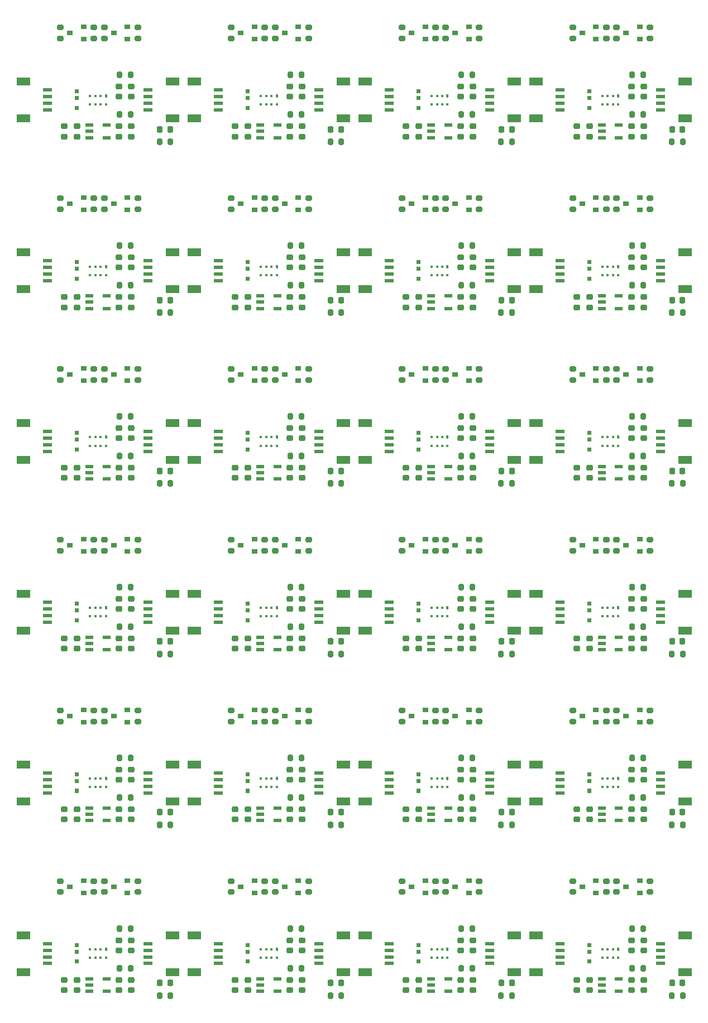
<source format=gtp>
%TF.GenerationSoftware,KiCad,Pcbnew,9.0.0*%
%TF.CreationDate,2025-05-07T13:20:36-06:00*%
%TF.ProjectId,SparkFun_AS7343_Qwiic_panelized,53706172-6b46-4756-9e5f-415337333433,v10*%
%TF.SameCoordinates,Original*%
%TF.FileFunction,Paste,Top*%
%TF.FilePolarity,Positive*%
%FSLAX46Y46*%
G04 Gerber Fmt 4.6, Leading zero omitted, Abs format (unit mm)*
G04 Created by KiCad (PCBNEW 9.0.0) date 2025-05-07 13:20:36*
%MOMM*%
%LPD*%
G01*
G04 APERTURE LIST*
G04 Aperture macros list*
%AMRoundRect*
0 Rectangle with rounded corners*
0 $1 Rounding radius*
0 $2 $3 $4 $5 $6 $7 $8 $9 X,Y pos of 4 corners*
0 Add a 4 corners polygon primitive as box body*
4,1,4,$2,$3,$4,$5,$6,$7,$8,$9,$2,$3,0*
0 Add four circle primitives for the rounded corners*
1,1,$1+$1,$2,$3*
1,1,$1+$1,$4,$5*
1,1,$1+$1,$6,$7*
1,1,$1+$1,$8,$9*
0 Add four rect primitives between the rounded corners*
20,1,$1+$1,$2,$3,$4,$5,0*
20,1,$1+$1,$4,$5,$6,$7,0*
20,1,$1+$1,$6,$7,$8,$9,0*
20,1,$1+$1,$8,$9,$2,$3,0*%
%AMFreePoly0*
4,1,6,0.230000,-0.043282,0.086782,-0.186500,-0.230000,-0.186500,-0.230000,0.186500,0.230000,0.186500,0.230000,-0.043282,0.230000,-0.043282,$1*%
G04 Aperture macros list end*
%ADD10C,0.000000*%
%ADD11R,0.900000X0.800000*%
%ADD12RoundRect,0.200000X0.275000X-0.200000X0.275000X0.200000X-0.275000X0.200000X-0.275000X-0.200000X0*%
%ADD13RoundRect,0.225000X-0.250000X0.225000X-0.250000X-0.225000X0.250000X-0.225000X0.250000X0.225000X0*%
%ADD14RoundRect,0.200000X-0.200000X-0.275000X0.200000X-0.275000X0.200000X0.275000X-0.200000X0.275000X0*%
%ADD15RoundRect,0.200000X-0.275000X0.200000X-0.275000X-0.200000X0.275000X-0.200000X0.275000X0.200000X0*%
%ADD16R,1.350000X0.600000*%
%ADD17R,2.000000X1.200000*%
%ADD18FreePoly0,270.000000*%
%ADD19R,0.390400X0.460000*%
%ADD20R,1.200000X0.550000*%
%ADD21RoundRect,0.218750X0.218750X0.256250X-0.218750X0.256250X-0.218750X-0.256250X0.218750X-0.256250X0*%
%ADD22RoundRect,0.200000X0.200000X0.275000X-0.200000X0.275000X-0.200000X-0.275000X0.200000X-0.275000X0*%
%ADD23RoundRect,0.225000X0.250000X-0.225000X0.250000X0.225000X-0.250000X0.225000X-0.250000X-0.225000X0*%
G04 APERTURE END LIST*
D10*
%TO.C,D2*%
G36*
X87525000Y143200000D02*
G01*
X86925000Y143200000D01*
X86925000Y143800000D01*
X87525000Y143800000D01*
X87525000Y143200000D01*
G37*
G36*
X87525000Y142200000D02*
G01*
X86925000Y142200000D01*
X86925000Y142800000D01*
X87525000Y142800000D01*
X87525000Y142200000D01*
G37*
G36*
X87525000Y140700000D02*
G01*
X86925000Y140700000D01*
X86925000Y141300000D01*
X87525000Y141300000D01*
X87525000Y140700000D01*
G37*
G36*
X87525000Y117300000D02*
G01*
X86925000Y117300000D01*
X86925000Y117900000D01*
X87525000Y117900000D01*
X87525000Y117300000D01*
G37*
G36*
X87525000Y116300000D02*
G01*
X86925000Y116300000D01*
X86925000Y116900000D01*
X87525000Y116900000D01*
X87525000Y116300000D01*
G37*
G36*
X87525000Y114800000D02*
G01*
X86925000Y114800000D01*
X86925000Y115400000D01*
X87525000Y115400000D01*
X87525000Y114800000D01*
G37*
G36*
X87525000Y91400000D02*
G01*
X86925000Y91400000D01*
X86925000Y92000000D01*
X87525000Y92000000D01*
X87525000Y91400000D01*
G37*
G36*
X87525000Y90400000D02*
G01*
X86925000Y90400000D01*
X86925000Y91000000D01*
X87525000Y91000000D01*
X87525000Y90400000D01*
G37*
G36*
X87525000Y88900000D02*
G01*
X86925000Y88900000D01*
X86925000Y89500000D01*
X87525000Y89500000D01*
X87525000Y88900000D01*
G37*
G36*
X87525000Y65500000D02*
G01*
X86925000Y65500000D01*
X86925000Y66100000D01*
X87525000Y66100000D01*
X87525000Y65500000D01*
G37*
G36*
X87525000Y64500000D02*
G01*
X86925000Y64500000D01*
X86925000Y65100000D01*
X87525000Y65100000D01*
X87525000Y64500000D01*
G37*
G36*
X87525000Y63000000D02*
G01*
X86925000Y63000000D01*
X86925000Y63600000D01*
X87525000Y63600000D01*
X87525000Y63000000D01*
G37*
G36*
X87525000Y39600000D02*
G01*
X86925000Y39600000D01*
X86925000Y40200000D01*
X87525000Y40200000D01*
X87525000Y39600000D01*
G37*
G36*
X87525000Y38600000D02*
G01*
X86925000Y38600000D01*
X86925000Y39200000D01*
X87525000Y39200000D01*
X87525000Y38600000D01*
G37*
G36*
X87525000Y37100000D02*
G01*
X86925000Y37100000D01*
X86925000Y37700000D01*
X87525000Y37700000D01*
X87525000Y37100000D01*
G37*
G36*
X87525000Y13700000D02*
G01*
X86925000Y13700000D01*
X86925000Y14300000D01*
X87525000Y14300000D01*
X87525000Y13700000D01*
G37*
G36*
X87525000Y12700000D02*
G01*
X86925000Y12700000D01*
X86925000Y13300000D01*
X87525000Y13300000D01*
X87525000Y12700000D01*
G37*
G36*
X87525000Y11200000D02*
G01*
X86925000Y11200000D01*
X86925000Y11800000D01*
X87525000Y11800000D01*
X87525000Y11200000D01*
G37*
G36*
X61625000Y143200000D02*
G01*
X61025000Y143200000D01*
X61025000Y143800000D01*
X61625000Y143800000D01*
X61625000Y143200000D01*
G37*
G36*
X61625000Y142200000D02*
G01*
X61025000Y142200000D01*
X61025000Y142800000D01*
X61625000Y142800000D01*
X61625000Y142200000D01*
G37*
G36*
X61625000Y140700000D02*
G01*
X61025000Y140700000D01*
X61025000Y141300000D01*
X61625000Y141300000D01*
X61625000Y140700000D01*
G37*
G36*
X61625000Y117300000D02*
G01*
X61025000Y117300000D01*
X61025000Y117900000D01*
X61625000Y117900000D01*
X61625000Y117300000D01*
G37*
G36*
X61625000Y116300000D02*
G01*
X61025000Y116300000D01*
X61025000Y116900000D01*
X61625000Y116900000D01*
X61625000Y116300000D01*
G37*
G36*
X61625000Y114800000D02*
G01*
X61025000Y114800000D01*
X61025000Y115400000D01*
X61625000Y115400000D01*
X61625000Y114800000D01*
G37*
G36*
X61625000Y91400000D02*
G01*
X61025000Y91400000D01*
X61025000Y92000000D01*
X61625000Y92000000D01*
X61625000Y91400000D01*
G37*
G36*
X61625000Y90400000D02*
G01*
X61025000Y90400000D01*
X61025000Y91000000D01*
X61625000Y91000000D01*
X61625000Y90400000D01*
G37*
G36*
X61625000Y88900000D02*
G01*
X61025000Y88900000D01*
X61025000Y89500000D01*
X61625000Y89500000D01*
X61625000Y88900000D01*
G37*
G36*
X61625000Y65500000D02*
G01*
X61025000Y65500000D01*
X61025000Y66100000D01*
X61625000Y66100000D01*
X61625000Y65500000D01*
G37*
G36*
X61625000Y64500000D02*
G01*
X61025000Y64500000D01*
X61025000Y65100000D01*
X61625000Y65100000D01*
X61625000Y64500000D01*
G37*
G36*
X61625000Y63000000D02*
G01*
X61025000Y63000000D01*
X61025000Y63600000D01*
X61625000Y63600000D01*
X61625000Y63000000D01*
G37*
G36*
X61625000Y39600000D02*
G01*
X61025000Y39600000D01*
X61025000Y40200000D01*
X61625000Y40200000D01*
X61625000Y39600000D01*
G37*
G36*
X61625000Y38600000D02*
G01*
X61025000Y38600000D01*
X61025000Y39200000D01*
X61625000Y39200000D01*
X61625000Y38600000D01*
G37*
G36*
X61625000Y37100000D02*
G01*
X61025000Y37100000D01*
X61025000Y37700000D01*
X61625000Y37700000D01*
X61625000Y37100000D01*
G37*
G36*
X61625000Y13700000D02*
G01*
X61025000Y13700000D01*
X61025000Y14300000D01*
X61625000Y14300000D01*
X61625000Y13700000D01*
G37*
G36*
X61625000Y12700000D02*
G01*
X61025000Y12700000D01*
X61025000Y13300000D01*
X61625000Y13300000D01*
X61625000Y12700000D01*
G37*
G36*
X61625000Y11200000D02*
G01*
X61025000Y11200000D01*
X61025000Y11800000D01*
X61625000Y11800000D01*
X61625000Y11200000D01*
G37*
G36*
X35725000Y143200000D02*
G01*
X35125000Y143200000D01*
X35125000Y143800000D01*
X35725000Y143800000D01*
X35725000Y143200000D01*
G37*
G36*
X35725000Y142200000D02*
G01*
X35125000Y142200000D01*
X35125000Y142800000D01*
X35725000Y142800000D01*
X35725000Y142200000D01*
G37*
G36*
X35725000Y140700000D02*
G01*
X35125000Y140700000D01*
X35125000Y141300000D01*
X35725000Y141300000D01*
X35725000Y140700000D01*
G37*
G36*
X35725000Y117300000D02*
G01*
X35125000Y117300000D01*
X35125000Y117900000D01*
X35725000Y117900000D01*
X35725000Y117300000D01*
G37*
G36*
X35725000Y116300000D02*
G01*
X35125000Y116300000D01*
X35125000Y116900000D01*
X35725000Y116900000D01*
X35725000Y116300000D01*
G37*
G36*
X35725000Y114800000D02*
G01*
X35125000Y114800000D01*
X35125000Y115400000D01*
X35725000Y115400000D01*
X35725000Y114800000D01*
G37*
G36*
X35725000Y91400000D02*
G01*
X35125000Y91400000D01*
X35125000Y92000000D01*
X35725000Y92000000D01*
X35725000Y91400000D01*
G37*
G36*
X35725000Y90400000D02*
G01*
X35125000Y90400000D01*
X35125000Y91000000D01*
X35725000Y91000000D01*
X35725000Y90400000D01*
G37*
G36*
X35725000Y88900000D02*
G01*
X35125000Y88900000D01*
X35125000Y89500000D01*
X35725000Y89500000D01*
X35725000Y88900000D01*
G37*
G36*
X35725000Y65500000D02*
G01*
X35125000Y65500000D01*
X35125000Y66100000D01*
X35725000Y66100000D01*
X35725000Y65500000D01*
G37*
G36*
X35725000Y64500000D02*
G01*
X35125000Y64500000D01*
X35125000Y65100000D01*
X35725000Y65100000D01*
X35725000Y64500000D01*
G37*
G36*
X35725000Y63000000D02*
G01*
X35125000Y63000000D01*
X35125000Y63600000D01*
X35725000Y63600000D01*
X35725000Y63000000D01*
G37*
G36*
X35725000Y39600000D02*
G01*
X35125000Y39600000D01*
X35125000Y40200000D01*
X35725000Y40200000D01*
X35725000Y39600000D01*
G37*
G36*
X35725000Y38600000D02*
G01*
X35125000Y38600000D01*
X35125000Y39200000D01*
X35725000Y39200000D01*
X35725000Y38600000D01*
G37*
G36*
X35725000Y37100000D02*
G01*
X35125000Y37100000D01*
X35125000Y37700000D01*
X35725000Y37700000D01*
X35725000Y37100000D01*
G37*
G36*
X35725000Y13700000D02*
G01*
X35125000Y13700000D01*
X35125000Y14300000D01*
X35725000Y14300000D01*
X35725000Y13700000D01*
G37*
G36*
X35725000Y12700000D02*
G01*
X35125000Y12700000D01*
X35125000Y13300000D01*
X35725000Y13300000D01*
X35725000Y12700000D01*
G37*
G36*
X35725000Y11200000D02*
G01*
X35125000Y11200000D01*
X35125000Y11800000D01*
X35725000Y11800000D01*
X35725000Y11200000D01*
G37*
G36*
X9825000Y143200000D02*
G01*
X9225000Y143200000D01*
X9225000Y143800000D01*
X9825000Y143800000D01*
X9825000Y143200000D01*
G37*
G36*
X9825000Y142200000D02*
G01*
X9225000Y142200000D01*
X9225000Y142800000D01*
X9825000Y142800000D01*
X9825000Y142200000D01*
G37*
G36*
X9825000Y140700000D02*
G01*
X9225000Y140700000D01*
X9225000Y141300000D01*
X9825000Y141300000D01*
X9825000Y140700000D01*
G37*
G36*
X9825000Y117300000D02*
G01*
X9225000Y117300000D01*
X9225000Y117900000D01*
X9825000Y117900000D01*
X9825000Y117300000D01*
G37*
G36*
X9825000Y116300000D02*
G01*
X9225000Y116300000D01*
X9225000Y116900000D01*
X9825000Y116900000D01*
X9825000Y116300000D01*
G37*
G36*
X9825000Y114800000D02*
G01*
X9225000Y114800000D01*
X9225000Y115400000D01*
X9825000Y115400000D01*
X9825000Y114800000D01*
G37*
G36*
X9825000Y91400000D02*
G01*
X9225000Y91400000D01*
X9225000Y92000000D01*
X9825000Y92000000D01*
X9825000Y91400000D01*
G37*
G36*
X9825000Y90400000D02*
G01*
X9225000Y90400000D01*
X9225000Y91000000D01*
X9825000Y91000000D01*
X9825000Y90400000D01*
G37*
G36*
X9825000Y88900000D02*
G01*
X9225000Y88900000D01*
X9225000Y89500000D01*
X9825000Y89500000D01*
X9825000Y88900000D01*
G37*
G36*
X9825000Y65500000D02*
G01*
X9225000Y65500000D01*
X9225000Y66100000D01*
X9825000Y66100000D01*
X9825000Y65500000D01*
G37*
G36*
X9825000Y64500000D02*
G01*
X9225000Y64500000D01*
X9225000Y65100000D01*
X9825000Y65100000D01*
X9825000Y64500000D01*
G37*
G36*
X9825000Y63000000D02*
G01*
X9225000Y63000000D01*
X9225000Y63600000D01*
X9825000Y63600000D01*
X9825000Y63000000D01*
G37*
G36*
X9825000Y39600000D02*
G01*
X9225000Y39600000D01*
X9225000Y40200000D01*
X9825000Y40200000D01*
X9825000Y39600000D01*
G37*
G36*
X9825000Y38600000D02*
G01*
X9225000Y38600000D01*
X9225000Y39200000D01*
X9825000Y39200000D01*
X9825000Y38600000D01*
G37*
G36*
X9825000Y37100000D02*
G01*
X9225000Y37100000D01*
X9225000Y37700000D01*
X9825000Y37700000D01*
X9825000Y37100000D01*
G37*
G36*
X9825000Y13700000D02*
G01*
X9225000Y13700000D01*
X9225000Y14300000D01*
X9825000Y14300000D01*
X9825000Y13700000D01*
G37*
G36*
X9825000Y12700000D02*
G01*
X9225000Y12700000D01*
X9225000Y13300000D01*
X9825000Y13300000D01*
X9825000Y12700000D01*
G37*
G36*
X9825000Y11200000D02*
G01*
X9225000Y11200000D01*
X9225000Y11800000D01*
X9825000Y11800000D01*
X9825000Y11200000D01*
G37*
%TD*%
D11*
%TO.C,Q2*%
X88225000Y151410000D03*
X88225000Y153310000D03*
X86125000Y152360000D03*
%TD*%
%TO.C,Q2*%
X88225000Y125510000D03*
X88225000Y127410000D03*
X86125000Y126460000D03*
%TD*%
%TO.C,Q2*%
X88225000Y99610000D03*
X88225000Y101510000D03*
X86125000Y100560000D03*
%TD*%
%TO.C,Q2*%
X88225000Y73710000D03*
X88225000Y75610000D03*
X86125000Y74660000D03*
%TD*%
%TO.C,Q2*%
X88225000Y47810000D03*
X88225000Y49710000D03*
X86125000Y48760000D03*
%TD*%
%TO.C,Q2*%
X88225000Y21910000D03*
X88225000Y23810000D03*
X86125000Y22860000D03*
%TD*%
%TO.C,Q2*%
X62325000Y151410000D03*
X62325000Y153310000D03*
X60225000Y152360000D03*
%TD*%
%TO.C,Q2*%
X62325000Y125510000D03*
X62325000Y127410000D03*
X60225000Y126460000D03*
%TD*%
%TO.C,Q2*%
X62325000Y99610000D03*
X62325000Y101510000D03*
X60225000Y100560000D03*
%TD*%
%TO.C,Q2*%
X62325000Y73710000D03*
X62325000Y75610000D03*
X60225000Y74660000D03*
%TD*%
%TO.C,Q2*%
X62325000Y47810000D03*
X62325000Y49710000D03*
X60225000Y48760000D03*
%TD*%
%TO.C,Q2*%
X62325000Y21910000D03*
X62325000Y23810000D03*
X60225000Y22860000D03*
%TD*%
%TO.C,Q2*%
X36425000Y151410000D03*
X36425000Y153310000D03*
X34325000Y152360000D03*
%TD*%
%TO.C,Q2*%
X36425000Y125510000D03*
X36425000Y127410000D03*
X34325000Y126460000D03*
%TD*%
%TO.C,Q2*%
X36425000Y99610000D03*
X36425000Y101510000D03*
X34325000Y100560000D03*
%TD*%
%TO.C,Q2*%
X36425000Y73710000D03*
X36425000Y75610000D03*
X34325000Y74660000D03*
%TD*%
%TO.C,Q2*%
X36425000Y47810000D03*
X36425000Y49710000D03*
X34325000Y48760000D03*
%TD*%
%TO.C,Q2*%
X36425000Y21910000D03*
X36425000Y23810000D03*
X34325000Y22860000D03*
%TD*%
%TO.C,Q2*%
X10525000Y151410000D03*
X10525000Y153310000D03*
X8425000Y152360000D03*
%TD*%
%TO.C,Q2*%
X10525000Y125510000D03*
X10525000Y127410000D03*
X8425000Y126460000D03*
%TD*%
%TO.C,Q2*%
X10525000Y99610000D03*
X10525000Y101510000D03*
X8425000Y100560000D03*
%TD*%
%TO.C,Q2*%
X10525000Y73710000D03*
X10525000Y75610000D03*
X8425000Y74660000D03*
%TD*%
%TO.C,Q2*%
X10525000Y47810000D03*
X10525000Y49710000D03*
X8425000Y48760000D03*
%TD*%
D12*
%TO.C,R7*%
X89765000Y151535000D03*
X89765000Y153185000D03*
%TD*%
%TO.C,R7*%
X89765000Y125635000D03*
X89765000Y127285000D03*
%TD*%
%TO.C,R7*%
X89765000Y99735000D03*
X89765000Y101385000D03*
%TD*%
%TO.C,R7*%
X89765000Y73835000D03*
X89765000Y75485000D03*
%TD*%
%TO.C,R7*%
X89765000Y47935000D03*
X89765000Y49585000D03*
%TD*%
%TO.C,R7*%
X89765000Y22035000D03*
X89765000Y23685000D03*
%TD*%
%TO.C,R7*%
X63865000Y151535000D03*
X63865000Y153185000D03*
%TD*%
%TO.C,R7*%
X63865000Y125635000D03*
X63865000Y127285000D03*
%TD*%
%TO.C,R7*%
X63865000Y99735000D03*
X63865000Y101385000D03*
%TD*%
%TO.C,R7*%
X63865000Y73835000D03*
X63865000Y75485000D03*
%TD*%
%TO.C,R7*%
X63865000Y47935000D03*
X63865000Y49585000D03*
%TD*%
%TO.C,R7*%
X63865000Y22035000D03*
X63865000Y23685000D03*
%TD*%
%TO.C,R7*%
X37965000Y151535000D03*
X37965000Y153185000D03*
%TD*%
%TO.C,R7*%
X37965000Y125635000D03*
X37965000Y127285000D03*
%TD*%
%TO.C,R7*%
X37965000Y99735000D03*
X37965000Y101385000D03*
%TD*%
%TO.C,R7*%
X37965000Y73835000D03*
X37965000Y75485000D03*
%TD*%
%TO.C,R7*%
X37965000Y47935000D03*
X37965000Y49585000D03*
%TD*%
%TO.C,R7*%
X37965000Y22035000D03*
X37965000Y23685000D03*
%TD*%
%TO.C,R7*%
X12065000Y151535000D03*
X12065000Y153185000D03*
%TD*%
%TO.C,R7*%
X12065000Y125635000D03*
X12065000Y127285000D03*
%TD*%
%TO.C,R7*%
X12065000Y99735000D03*
X12065000Y101385000D03*
%TD*%
%TO.C,R7*%
X12065000Y73835000D03*
X12065000Y75485000D03*
%TD*%
%TO.C,R7*%
X12065000Y47935000D03*
X12065000Y49585000D03*
%TD*%
D13*
%TO.C,C5*%
X85320000Y138212500D03*
X85320000Y136662500D03*
%TD*%
%TO.C,C5*%
X85320000Y112312500D03*
X85320000Y110762500D03*
%TD*%
%TO.C,C5*%
X85320000Y86412500D03*
X85320000Y84862500D03*
%TD*%
%TO.C,C5*%
X85320000Y60512500D03*
X85320000Y58962500D03*
%TD*%
%TO.C,C5*%
X85320000Y34612500D03*
X85320000Y33062500D03*
%TD*%
%TO.C,C5*%
X85320000Y8712500D03*
X85320000Y7162500D03*
%TD*%
%TO.C,C5*%
X59420000Y138212500D03*
X59420000Y136662500D03*
%TD*%
%TO.C,C5*%
X59420000Y112312500D03*
X59420000Y110762500D03*
%TD*%
%TO.C,C5*%
X59420000Y86412500D03*
X59420000Y84862500D03*
%TD*%
%TO.C,C5*%
X59420000Y60512500D03*
X59420000Y58962500D03*
%TD*%
%TO.C,C5*%
X59420000Y34612500D03*
X59420000Y33062500D03*
%TD*%
%TO.C,C5*%
X59420000Y8712500D03*
X59420000Y7162500D03*
%TD*%
%TO.C,C5*%
X33520000Y138212500D03*
X33520000Y136662500D03*
%TD*%
%TO.C,C5*%
X33520000Y112312500D03*
X33520000Y110762500D03*
%TD*%
%TO.C,C5*%
X33520000Y86412500D03*
X33520000Y84862500D03*
%TD*%
%TO.C,C5*%
X33520000Y60512500D03*
X33520000Y58962500D03*
%TD*%
%TO.C,C5*%
X33520000Y34612500D03*
X33520000Y33062500D03*
%TD*%
%TO.C,C5*%
X33520000Y8712500D03*
X33520000Y7162500D03*
%TD*%
%TO.C,C5*%
X7620000Y138212500D03*
X7620000Y136662500D03*
%TD*%
%TO.C,C5*%
X7620000Y112312500D03*
X7620000Y110762500D03*
%TD*%
%TO.C,C5*%
X7620000Y86412500D03*
X7620000Y84862500D03*
%TD*%
%TO.C,C5*%
X7620000Y60512500D03*
X7620000Y58962500D03*
%TD*%
%TO.C,C5*%
X7620000Y34612500D03*
X7620000Y33062500D03*
%TD*%
D12*
%TO.C,R8*%
X96432500Y151535000D03*
X96432500Y153185000D03*
%TD*%
%TO.C,R8*%
X96432500Y125635000D03*
X96432500Y127285000D03*
%TD*%
%TO.C,R8*%
X96432500Y99735000D03*
X96432500Y101385000D03*
%TD*%
%TO.C,R8*%
X96432500Y73835000D03*
X96432500Y75485000D03*
%TD*%
%TO.C,R8*%
X96432500Y47935000D03*
X96432500Y49585000D03*
%TD*%
%TO.C,R8*%
X96432500Y22035000D03*
X96432500Y23685000D03*
%TD*%
%TO.C,R8*%
X70532500Y151535000D03*
X70532500Y153185000D03*
%TD*%
%TO.C,R8*%
X70532500Y125635000D03*
X70532500Y127285000D03*
%TD*%
%TO.C,R8*%
X70532500Y99735000D03*
X70532500Y101385000D03*
%TD*%
%TO.C,R8*%
X70532500Y73835000D03*
X70532500Y75485000D03*
%TD*%
%TO.C,R8*%
X70532500Y47935000D03*
X70532500Y49585000D03*
%TD*%
%TO.C,R8*%
X70532500Y22035000D03*
X70532500Y23685000D03*
%TD*%
%TO.C,R8*%
X44632500Y151535000D03*
X44632500Y153185000D03*
%TD*%
%TO.C,R8*%
X44632500Y125635000D03*
X44632500Y127285000D03*
%TD*%
%TO.C,R8*%
X44632500Y99735000D03*
X44632500Y101385000D03*
%TD*%
%TO.C,R8*%
X44632500Y73835000D03*
X44632500Y75485000D03*
%TD*%
%TO.C,R8*%
X44632500Y47935000D03*
X44632500Y49585000D03*
%TD*%
%TO.C,R8*%
X44632500Y22035000D03*
X44632500Y23685000D03*
%TD*%
%TO.C,R8*%
X18732500Y151535000D03*
X18732500Y153185000D03*
%TD*%
%TO.C,R8*%
X18732500Y125635000D03*
X18732500Y127285000D03*
%TD*%
%TO.C,R8*%
X18732500Y99735000D03*
X18732500Y101385000D03*
%TD*%
%TO.C,R8*%
X18732500Y73835000D03*
X18732500Y75485000D03*
%TD*%
%TO.C,R8*%
X18732500Y47935000D03*
X18732500Y49585000D03*
%TD*%
D13*
%TO.C,C1*%
X93575000Y138212500D03*
X93575000Y136662500D03*
%TD*%
%TO.C,C1*%
X93575000Y112312500D03*
X93575000Y110762500D03*
%TD*%
%TO.C,C1*%
X93575000Y86412500D03*
X93575000Y84862500D03*
%TD*%
%TO.C,C1*%
X93575000Y60512500D03*
X93575000Y58962500D03*
%TD*%
%TO.C,C1*%
X93575000Y34612500D03*
X93575000Y33062500D03*
%TD*%
%TO.C,C1*%
X93575000Y8712500D03*
X93575000Y7162500D03*
%TD*%
%TO.C,C1*%
X67675000Y138212500D03*
X67675000Y136662500D03*
%TD*%
%TO.C,C1*%
X67675000Y112312500D03*
X67675000Y110762500D03*
%TD*%
%TO.C,C1*%
X67675000Y86412500D03*
X67675000Y84862500D03*
%TD*%
%TO.C,C1*%
X67675000Y60512500D03*
X67675000Y58962500D03*
%TD*%
%TO.C,C1*%
X67675000Y34612500D03*
X67675000Y33062500D03*
%TD*%
%TO.C,C1*%
X67675000Y8712500D03*
X67675000Y7162500D03*
%TD*%
%TO.C,C1*%
X41775000Y138212500D03*
X41775000Y136662500D03*
%TD*%
%TO.C,C1*%
X41775000Y112312500D03*
X41775000Y110762500D03*
%TD*%
%TO.C,C1*%
X41775000Y86412500D03*
X41775000Y84862500D03*
%TD*%
%TO.C,C1*%
X41775000Y60512500D03*
X41775000Y58962500D03*
%TD*%
%TO.C,C1*%
X41775000Y34612500D03*
X41775000Y33062500D03*
%TD*%
%TO.C,C1*%
X41775000Y8712500D03*
X41775000Y7162500D03*
%TD*%
%TO.C,C1*%
X15875000Y138212500D03*
X15875000Y136662500D03*
%TD*%
%TO.C,C1*%
X15875000Y112312500D03*
X15875000Y110762500D03*
%TD*%
%TO.C,C1*%
X15875000Y86412500D03*
X15875000Y84862500D03*
%TD*%
%TO.C,C1*%
X15875000Y60512500D03*
X15875000Y58962500D03*
%TD*%
%TO.C,C1*%
X15875000Y34612500D03*
X15875000Y33062500D03*
%TD*%
D12*
%TO.C,R4*%
X84685000Y151535000D03*
X84685000Y153185000D03*
%TD*%
%TO.C,R4*%
X84685000Y125635000D03*
X84685000Y127285000D03*
%TD*%
%TO.C,R4*%
X84685000Y99735000D03*
X84685000Y101385000D03*
%TD*%
%TO.C,R4*%
X84685000Y73835000D03*
X84685000Y75485000D03*
%TD*%
%TO.C,R4*%
X84685000Y47935000D03*
X84685000Y49585000D03*
%TD*%
%TO.C,R4*%
X84685000Y22035000D03*
X84685000Y23685000D03*
%TD*%
%TO.C,R4*%
X58785000Y151535000D03*
X58785000Y153185000D03*
%TD*%
%TO.C,R4*%
X58785000Y125635000D03*
X58785000Y127285000D03*
%TD*%
%TO.C,R4*%
X58785000Y99735000D03*
X58785000Y101385000D03*
%TD*%
%TO.C,R4*%
X58785000Y73835000D03*
X58785000Y75485000D03*
%TD*%
%TO.C,R4*%
X58785000Y47935000D03*
X58785000Y49585000D03*
%TD*%
%TO.C,R4*%
X58785000Y22035000D03*
X58785000Y23685000D03*
%TD*%
%TO.C,R4*%
X32885000Y151535000D03*
X32885000Y153185000D03*
%TD*%
%TO.C,R4*%
X32885000Y125635000D03*
X32885000Y127285000D03*
%TD*%
%TO.C,R4*%
X32885000Y99735000D03*
X32885000Y101385000D03*
%TD*%
%TO.C,R4*%
X32885000Y73835000D03*
X32885000Y75485000D03*
%TD*%
%TO.C,R4*%
X32885000Y47935000D03*
X32885000Y49585000D03*
%TD*%
%TO.C,R4*%
X32885000Y22035000D03*
X32885000Y23685000D03*
%TD*%
%TO.C,R4*%
X6985000Y151535000D03*
X6985000Y153185000D03*
%TD*%
%TO.C,R4*%
X6985000Y125635000D03*
X6985000Y127285000D03*
%TD*%
%TO.C,R4*%
X6985000Y99735000D03*
X6985000Y101385000D03*
%TD*%
%TO.C,R4*%
X6985000Y73835000D03*
X6985000Y75485000D03*
%TD*%
%TO.C,R4*%
X6985000Y47935000D03*
X6985000Y49585000D03*
%TD*%
D14*
%TO.C,R3*%
X99735000Y135850000D03*
X101385000Y135850000D03*
%TD*%
%TO.C,R3*%
X99735000Y109950000D03*
X101385000Y109950000D03*
%TD*%
%TO.C,R3*%
X99735000Y84050000D03*
X101385000Y84050000D03*
%TD*%
%TO.C,R3*%
X99735000Y58150000D03*
X101385000Y58150000D03*
%TD*%
%TO.C,R3*%
X99735000Y32250000D03*
X101385000Y32250000D03*
%TD*%
%TO.C,R3*%
X99735000Y6350000D03*
X101385000Y6350000D03*
%TD*%
%TO.C,R3*%
X73835000Y135850000D03*
X75485000Y135850000D03*
%TD*%
%TO.C,R3*%
X73835000Y109950000D03*
X75485000Y109950000D03*
%TD*%
%TO.C,R3*%
X73835000Y84050000D03*
X75485000Y84050000D03*
%TD*%
%TO.C,R3*%
X73835000Y58150000D03*
X75485000Y58150000D03*
%TD*%
%TO.C,R3*%
X73835000Y32250000D03*
X75485000Y32250000D03*
%TD*%
%TO.C,R3*%
X73835000Y6350000D03*
X75485000Y6350000D03*
%TD*%
%TO.C,R3*%
X47935000Y135850000D03*
X49585000Y135850000D03*
%TD*%
%TO.C,R3*%
X47935000Y109950000D03*
X49585000Y109950000D03*
%TD*%
%TO.C,R3*%
X47935000Y84050000D03*
X49585000Y84050000D03*
%TD*%
%TO.C,R3*%
X47935000Y58150000D03*
X49585000Y58150000D03*
%TD*%
%TO.C,R3*%
X47935000Y32250000D03*
X49585000Y32250000D03*
%TD*%
%TO.C,R3*%
X47935000Y6350000D03*
X49585000Y6350000D03*
%TD*%
%TO.C,R3*%
X22035000Y135850000D03*
X23685000Y135850000D03*
%TD*%
%TO.C,R3*%
X22035000Y109950000D03*
X23685000Y109950000D03*
%TD*%
%TO.C,R3*%
X22035000Y84050000D03*
X23685000Y84050000D03*
%TD*%
%TO.C,R3*%
X22035000Y58150000D03*
X23685000Y58150000D03*
%TD*%
%TO.C,R3*%
X22035000Y32250000D03*
X23685000Y32250000D03*
%TD*%
D13*
%TO.C,C2*%
X87225000Y138212500D03*
X87225000Y136662500D03*
%TD*%
%TO.C,C2*%
X87225000Y112312500D03*
X87225000Y110762500D03*
%TD*%
%TO.C,C2*%
X87225000Y86412500D03*
X87225000Y84862500D03*
%TD*%
%TO.C,C2*%
X87225000Y60512500D03*
X87225000Y58962500D03*
%TD*%
%TO.C,C2*%
X87225000Y34612500D03*
X87225000Y33062500D03*
%TD*%
%TO.C,C2*%
X87225000Y8712500D03*
X87225000Y7162500D03*
%TD*%
%TO.C,C2*%
X61325000Y138212500D03*
X61325000Y136662500D03*
%TD*%
%TO.C,C2*%
X61325000Y112312500D03*
X61325000Y110762500D03*
%TD*%
%TO.C,C2*%
X61325000Y86412500D03*
X61325000Y84862500D03*
%TD*%
%TO.C,C2*%
X61325000Y60512500D03*
X61325000Y58962500D03*
%TD*%
%TO.C,C2*%
X61325000Y34612500D03*
X61325000Y33062500D03*
%TD*%
%TO.C,C2*%
X61325000Y8712500D03*
X61325000Y7162500D03*
%TD*%
%TO.C,C2*%
X35425000Y138212500D03*
X35425000Y136662500D03*
%TD*%
%TO.C,C2*%
X35425000Y112312500D03*
X35425000Y110762500D03*
%TD*%
%TO.C,C2*%
X35425000Y86412500D03*
X35425000Y84862500D03*
%TD*%
%TO.C,C2*%
X35425000Y60512500D03*
X35425000Y58962500D03*
%TD*%
%TO.C,C2*%
X35425000Y34612500D03*
X35425000Y33062500D03*
%TD*%
%TO.C,C2*%
X35425000Y8712500D03*
X35425000Y7162500D03*
%TD*%
%TO.C,C2*%
X9525000Y138212500D03*
X9525000Y136662500D03*
%TD*%
%TO.C,C2*%
X9525000Y112312500D03*
X9525000Y110762500D03*
%TD*%
%TO.C,C2*%
X9525000Y86412500D03*
X9525000Y84862500D03*
%TD*%
%TO.C,C2*%
X9525000Y60512500D03*
X9525000Y58962500D03*
%TD*%
%TO.C,C2*%
X9525000Y34612500D03*
X9525000Y33062500D03*
%TD*%
D15*
%TO.C,R5*%
X91352500Y153185000D03*
X91352500Y151535000D03*
%TD*%
%TO.C,R5*%
X91352500Y127285000D03*
X91352500Y125635000D03*
%TD*%
%TO.C,R5*%
X91352500Y101385000D03*
X91352500Y99735000D03*
%TD*%
%TO.C,R5*%
X91352500Y75485000D03*
X91352500Y73835000D03*
%TD*%
%TO.C,R5*%
X91352500Y49585000D03*
X91352500Y47935000D03*
%TD*%
%TO.C,R5*%
X91352500Y23685000D03*
X91352500Y22035000D03*
%TD*%
%TO.C,R5*%
X65452500Y153185000D03*
X65452500Y151535000D03*
%TD*%
%TO.C,R5*%
X65452500Y127285000D03*
X65452500Y125635000D03*
%TD*%
%TO.C,R5*%
X65452500Y101385000D03*
X65452500Y99735000D03*
%TD*%
%TO.C,R5*%
X65452500Y75485000D03*
X65452500Y73835000D03*
%TD*%
%TO.C,R5*%
X65452500Y49585000D03*
X65452500Y47935000D03*
%TD*%
%TO.C,R5*%
X65452500Y23685000D03*
X65452500Y22035000D03*
%TD*%
%TO.C,R5*%
X39552500Y153185000D03*
X39552500Y151535000D03*
%TD*%
%TO.C,R5*%
X39552500Y127285000D03*
X39552500Y125635000D03*
%TD*%
%TO.C,R5*%
X39552500Y101385000D03*
X39552500Y99735000D03*
%TD*%
%TO.C,R5*%
X39552500Y75485000D03*
X39552500Y73835000D03*
%TD*%
%TO.C,R5*%
X39552500Y49585000D03*
X39552500Y47935000D03*
%TD*%
%TO.C,R5*%
X39552500Y23685000D03*
X39552500Y22035000D03*
%TD*%
%TO.C,R5*%
X13652500Y153185000D03*
X13652500Y151535000D03*
%TD*%
%TO.C,R5*%
X13652500Y127285000D03*
X13652500Y125635000D03*
%TD*%
%TO.C,R5*%
X13652500Y101385000D03*
X13652500Y99735000D03*
%TD*%
%TO.C,R5*%
X13652500Y75485000D03*
X13652500Y73835000D03*
%TD*%
%TO.C,R5*%
X13652500Y49585000D03*
X13652500Y47935000D03*
%TD*%
D11*
%TO.C,Q1*%
X94892500Y151410000D03*
X94892500Y153310000D03*
X92792500Y152360000D03*
%TD*%
%TO.C,Q1*%
X94892500Y125510000D03*
X94892500Y127410000D03*
X92792500Y126460000D03*
%TD*%
%TO.C,Q1*%
X94892500Y99610000D03*
X94892500Y101510000D03*
X92792500Y100560000D03*
%TD*%
%TO.C,Q1*%
X94892500Y73710000D03*
X94892500Y75610000D03*
X92792500Y74660000D03*
%TD*%
%TO.C,Q1*%
X94892500Y47810000D03*
X94892500Y49710000D03*
X92792500Y48760000D03*
%TD*%
%TO.C,Q1*%
X94892500Y21910000D03*
X94892500Y23810000D03*
X92792500Y22860000D03*
%TD*%
%TO.C,Q1*%
X68992500Y151410000D03*
X68992500Y153310000D03*
X66892500Y152360000D03*
%TD*%
%TO.C,Q1*%
X68992500Y125510000D03*
X68992500Y127410000D03*
X66892500Y126460000D03*
%TD*%
%TO.C,Q1*%
X68992500Y99610000D03*
X68992500Y101510000D03*
X66892500Y100560000D03*
%TD*%
%TO.C,Q1*%
X68992500Y73710000D03*
X68992500Y75610000D03*
X66892500Y74660000D03*
%TD*%
%TO.C,Q1*%
X68992500Y47810000D03*
X68992500Y49710000D03*
X66892500Y48760000D03*
%TD*%
%TO.C,Q1*%
X68992500Y21910000D03*
X68992500Y23810000D03*
X66892500Y22860000D03*
%TD*%
%TO.C,Q1*%
X43092500Y151410000D03*
X43092500Y153310000D03*
X40992500Y152360000D03*
%TD*%
%TO.C,Q1*%
X43092500Y125510000D03*
X43092500Y127410000D03*
X40992500Y126460000D03*
%TD*%
%TO.C,Q1*%
X43092500Y99610000D03*
X43092500Y101510000D03*
X40992500Y100560000D03*
%TD*%
%TO.C,Q1*%
X43092500Y73710000D03*
X43092500Y75610000D03*
X40992500Y74660000D03*
%TD*%
%TO.C,Q1*%
X43092500Y47810000D03*
X43092500Y49710000D03*
X40992500Y48760000D03*
%TD*%
%TO.C,Q1*%
X43092500Y21910000D03*
X43092500Y23810000D03*
X40992500Y22860000D03*
%TD*%
%TO.C,Q1*%
X17192500Y151410000D03*
X17192500Y153310000D03*
X15092500Y152360000D03*
%TD*%
%TO.C,Q1*%
X17192500Y125510000D03*
X17192500Y127410000D03*
X15092500Y126460000D03*
%TD*%
%TO.C,Q1*%
X17192500Y99610000D03*
X17192500Y101510000D03*
X15092500Y100560000D03*
%TD*%
%TO.C,Q1*%
X17192500Y73710000D03*
X17192500Y75610000D03*
X15092500Y74660000D03*
%TD*%
%TO.C,Q1*%
X17192500Y47810000D03*
X17192500Y49710000D03*
X15092500Y48760000D03*
%TD*%
D16*
%TO.C,J2*%
X82780000Y143700000D03*
X82780000Y142700000D03*
X82780000Y141700000D03*
X82780000Y140700000D03*
D17*
X79105000Y139400000D03*
X79105000Y145000000D03*
%TD*%
D16*
%TO.C,J2*%
X82780000Y117800000D03*
X82780000Y116800000D03*
X82780000Y115800000D03*
X82780000Y114800000D03*
D17*
X79105000Y113500000D03*
X79105000Y119100000D03*
%TD*%
D16*
%TO.C,J2*%
X82780000Y91900000D03*
X82780000Y90900000D03*
X82780000Y89900000D03*
X82780000Y88900000D03*
D17*
X79105000Y87600000D03*
X79105000Y93200000D03*
%TD*%
D16*
%TO.C,J2*%
X82780000Y66000000D03*
X82780000Y65000000D03*
X82780000Y64000000D03*
X82780000Y63000000D03*
D17*
X79105000Y61700000D03*
X79105000Y67300000D03*
%TD*%
D16*
%TO.C,J2*%
X82780000Y40100000D03*
X82780000Y39100000D03*
X82780000Y38100000D03*
X82780000Y37100000D03*
D17*
X79105000Y35800000D03*
X79105000Y41400000D03*
%TD*%
D16*
%TO.C,J2*%
X82780000Y14200000D03*
X82780000Y13200000D03*
X82780000Y12200000D03*
X82780000Y11200000D03*
D17*
X79105000Y9900000D03*
X79105000Y15500000D03*
%TD*%
D16*
%TO.C,J2*%
X56880000Y143700000D03*
X56880000Y142700000D03*
X56880000Y141700000D03*
X56880000Y140700000D03*
D17*
X53205000Y139400000D03*
X53205000Y145000000D03*
%TD*%
D16*
%TO.C,J2*%
X56880000Y117800000D03*
X56880000Y116800000D03*
X56880000Y115800000D03*
X56880000Y114800000D03*
D17*
X53205000Y113500000D03*
X53205000Y119100000D03*
%TD*%
D16*
%TO.C,J2*%
X56880000Y91900000D03*
X56880000Y90900000D03*
X56880000Y89900000D03*
X56880000Y88900000D03*
D17*
X53205000Y87600000D03*
X53205000Y93200000D03*
%TD*%
D16*
%TO.C,J2*%
X56880000Y66000000D03*
X56880000Y65000000D03*
X56880000Y64000000D03*
X56880000Y63000000D03*
D17*
X53205000Y61700000D03*
X53205000Y67300000D03*
%TD*%
D16*
%TO.C,J2*%
X56880000Y40100000D03*
X56880000Y39100000D03*
X56880000Y38100000D03*
X56880000Y37100000D03*
D17*
X53205000Y35800000D03*
X53205000Y41400000D03*
%TD*%
D16*
%TO.C,J2*%
X56880000Y14200000D03*
X56880000Y13200000D03*
X56880000Y12200000D03*
X56880000Y11200000D03*
D17*
X53205000Y9900000D03*
X53205000Y15500000D03*
%TD*%
D16*
%TO.C,J2*%
X30980000Y143700000D03*
X30980000Y142700000D03*
X30980000Y141700000D03*
X30980000Y140700000D03*
D17*
X27305000Y139400000D03*
X27305000Y145000000D03*
%TD*%
D16*
%TO.C,J2*%
X30980000Y117800000D03*
X30980000Y116800000D03*
X30980000Y115800000D03*
X30980000Y114800000D03*
D17*
X27305000Y113500000D03*
X27305000Y119100000D03*
%TD*%
D16*
%TO.C,J2*%
X30980000Y91900000D03*
X30980000Y90900000D03*
X30980000Y89900000D03*
X30980000Y88900000D03*
D17*
X27305000Y87600000D03*
X27305000Y93200000D03*
%TD*%
D16*
%TO.C,J2*%
X30980000Y66000000D03*
X30980000Y65000000D03*
X30980000Y64000000D03*
X30980000Y63000000D03*
D17*
X27305000Y61700000D03*
X27305000Y67300000D03*
%TD*%
D16*
%TO.C,J2*%
X30980000Y40100000D03*
X30980000Y39100000D03*
X30980000Y38100000D03*
X30980000Y37100000D03*
D17*
X27305000Y35800000D03*
X27305000Y41400000D03*
%TD*%
D16*
%TO.C,J2*%
X30980000Y14200000D03*
X30980000Y13200000D03*
X30980000Y12200000D03*
X30980000Y11200000D03*
D17*
X27305000Y9900000D03*
X27305000Y15500000D03*
%TD*%
D16*
%TO.C,J2*%
X5080000Y143700000D03*
X5080000Y142700000D03*
X5080000Y141700000D03*
X5080000Y140700000D03*
D17*
X1405000Y139400000D03*
X1405000Y145000000D03*
%TD*%
D16*
%TO.C,J2*%
X5080000Y117800000D03*
X5080000Y116800000D03*
X5080000Y115800000D03*
X5080000Y114800000D03*
D17*
X1405000Y113500000D03*
X1405000Y119100000D03*
%TD*%
D16*
%TO.C,J2*%
X5080000Y91900000D03*
X5080000Y90900000D03*
X5080000Y89900000D03*
X5080000Y88900000D03*
D17*
X1405000Y87600000D03*
X1405000Y93200000D03*
%TD*%
D16*
%TO.C,J2*%
X5080000Y66000000D03*
X5080000Y65000000D03*
X5080000Y64000000D03*
X5080000Y63000000D03*
D17*
X1405000Y61700000D03*
X1405000Y67300000D03*
%TD*%
D16*
%TO.C,J2*%
X5080000Y40100000D03*
X5080000Y39100000D03*
X5080000Y38100000D03*
X5080000Y37100000D03*
D17*
X1405000Y35800000D03*
X1405000Y41400000D03*
%TD*%
D18*
%TO.C,U2*%
X91600000Y142838000D03*
D19*
X90800000Y142838000D03*
X90000000Y142838000D03*
X89200000Y142838000D03*
X89200000Y141562000D03*
X90000000Y141562000D03*
X90800000Y141562000D03*
X91600000Y141562000D03*
%TD*%
D18*
%TO.C,U2*%
X91600000Y116938000D03*
D19*
X90800000Y116938000D03*
X90000000Y116938000D03*
X89200000Y116938000D03*
X89200000Y115662000D03*
X90000000Y115662000D03*
X90800000Y115662000D03*
X91600000Y115662000D03*
%TD*%
D18*
%TO.C,U2*%
X91600000Y91038000D03*
D19*
X90800000Y91038000D03*
X90000000Y91038000D03*
X89200000Y91038000D03*
X89200000Y89762000D03*
X90000000Y89762000D03*
X90800000Y89762000D03*
X91600000Y89762000D03*
%TD*%
D18*
%TO.C,U2*%
X91600000Y65138000D03*
D19*
X90800000Y65138000D03*
X90000000Y65138000D03*
X89200000Y65138000D03*
X89200000Y63862000D03*
X90000000Y63862000D03*
X90800000Y63862000D03*
X91600000Y63862000D03*
%TD*%
D18*
%TO.C,U2*%
X91600000Y39238000D03*
D19*
X90800000Y39238000D03*
X90000000Y39238000D03*
X89200000Y39238000D03*
X89200000Y37962000D03*
X90000000Y37962000D03*
X90800000Y37962000D03*
X91600000Y37962000D03*
%TD*%
D18*
%TO.C,U2*%
X91600000Y13338000D03*
D19*
X90800000Y13338000D03*
X90000000Y13338000D03*
X89200000Y13338000D03*
X89200000Y12062000D03*
X90000000Y12062000D03*
X90800000Y12062000D03*
X91600000Y12062000D03*
%TD*%
D18*
%TO.C,U2*%
X65700000Y142838000D03*
D19*
X64900000Y142838000D03*
X64100000Y142838000D03*
X63300000Y142838000D03*
X63300000Y141562000D03*
X64100000Y141562000D03*
X64900000Y141562000D03*
X65700000Y141562000D03*
%TD*%
D18*
%TO.C,U2*%
X65700000Y116938000D03*
D19*
X64900000Y116938000D03*
X64100000Y116938000D03*
X63300000Y116938000D03*
X63300000Y115662000D03*
X64100000Y115662000D03*
X64900000Y115662000D03*
X65700000Y115662000D03*
%TD*%
D18*
%TO.C,U2*%
X65700000Y91038000D03*
D19*
X64900000Y91038000D03*
X64100000Y91038000D03*
X63300000Y91038000D03*
X63300000Y89762000D03*
X64100000Y89762000D03*
X64900000Y89762000D03*
X65700000Y89762000D03*
%TD*%
D18*
%TO.C,U2*%
X65700000Y65138000D03*
D19*
X64900000Y65138000D03*
X64100000Y65138000D03*
X63300000Y65138000D03*
X63300000Y63862000D03*
X64100000Y63862000D03*
X64900000Y63862000D03*
X65700000Y63862000D03*
%TD*%
D18*
%TO.C,U2*%
X65700000Y39238000D03*
D19*
X64900000Y39238000D03*
X64100000Y39238000D03*
X63300000Y39238000D03*
X63300000Y37962000D03*
X64100000Y37962000D03*
X64900000Y37962000D03*
X65700000Y37962000D03*
%TD*%
D18*
%TO.C,U2*%
X65700000Y13338000D03*
D19*
X64900000Y13338000D03*
X64100000Y13338000D03*
X63300000Y13338000D03*
X63300000Y12062000D03*
X64100000Y12062000D03*
X64900000Y12062000D03*
X65700000Y12062000D03*
%TD*%
D18*
%TO.C,U2*%
X39800000Y142838000D03*
D19*
X39000000Y142838000D03*
X38200000Y142838000D03*
X37400000Y142838000D03*
X37400000Y141562000D03*
X38200000Y141562000D03*
X39000000Y141562000D03*
X39800000Y141562000D03*
%TD*%
D18*
%TO.C,U2*%
X39800000Y116938000D03*
D19*
X39000000Y116938000D03*
X38200000Y116938000D03*
X37400000Y116938000D03*
X37400000Y115662000D03*
X38200000Y115662000D03*
X39000000Y115662000D03*
X39800000Y115662000D03*
%TD*%
D18*
%TO.C,U2*%
X39800000Y91038000D03*
D19*
X39000000Y91038000D03*
X38200000Y91038000D03*
X37400000Y91038000D03*
X37400000Y89762000D03*
X38200000Y89762000D03*
X39000000Y89762000D03*
X39800000Y89762000D03*
%TD*%
D18*
%TO.C,U2*%
X39800000Y65138000D03*
D19*
X39000000Y65138000D03*
X38200000Y65138000D03*
X37400000Y65138000D03*
X37400000Y63862000D03*
X38200000Y63862000D03*
X39000000Y63862000D03*
X39800000Y63862000D03*
%TD*%
D18*
%TO.C,U2*%
X39800000Y39238000D03*
D19*
X39000000Y39238000D03*
X38200000Y39238000D03*
X37400000Y39238000D03*
X37400000Y37962000D03*
X38200000Y37962000D03*
X39000000Y37962000D03*
X39800000Y37962000D03*
%TD*%
D18*
%TO.C,U2*%
X39800000Y13338000D03*
D19*
X39000000Y13338000D03*
X38200000Y13338000D03*
X37400000Y13338000D03*
X37400000Y12062000D03*
X38200000Y12062000D03*
X39000000Y12062000D03*
X39800000Y12062000D03*
%TD*%
D18*
%TO.C,U2*%
X13900000Y142838000D03*
D19*
X13100000Y142838000D03*
X12300000Y142838000D03*
X11500000Y142838000D03*
X11500000Y141562000D03*
X12300000Y141562000D03*
X13100000Y141562000D03*
X13900000Y141562000D03*
%TD*%
D18*
%TO.C,U2*%
X13900000Y116938000D03*
D19*
X13100000Y116938000D03*
X12300000Y116938000D03*
X11500000Y116938000D03*
X11500000Y115662000D03*
X12300000Y115662000D03*
X13100000Y115662000D03*
X13900000Y115662000D03*
%TD*%
D18*
%TO.C,U2*%
X13900000Y91038000D03*
D19*
X13100000Y91038000D03*
X12300000Y91038000D03*
X11500000Y91038000D03*
X11500000Y89762000D03*
X12300000Y89762000D03*
X13100000Y89762000D03*
X13900000Y89762000D03*
%TD*%
D18*
%TO.C,U2*%
X13900000Y65138000D03*
D19*
X13100000Y65138000D03*
X12300000Y65138000D03*
X11500000Y65138000D03*
X11500000Y63862000D03*
X12300000Y63862000D03*
X13100000Y63862000D03*
X13900000Y63862000D03*
%TD*%
D18*
%TO.C,U2*%
X13900000Y39238000D03*
D19*
X13100000Y39238000D03*
X12300000Y39238000D03*
X11500000Y39238000D03*
X11500000Y37962000D03*
X12300000Y37962000D03*
X13100000Y37962000D03*
X13900000Y37962000D03*
%TD*%
D16*
%TO.C,J1*%
X98020000Y140700000D03*
X98020000Y141700000D03*
X98020000Y142700000D03*
X98020000Y143700000D03*
D17*
X101695000Y145000000D03*
X101695000Y139400000D03*
%TD*%
D16*
%TO.C,J1*%
X98020000Y114800000D03*
X98020000Y115800000D03*
X98020000Y116800000D03*
X98020000Y117800000D03*
D17*
X101695000Y119100000D03*
X101695000Y113500000D03*
%TD*%
D16*
%TO.C,J1*%
X98020000Y88900000D03*
X98020000Y89900000D03*
X98020000Y90900000D03*
X98020000Y91900000D03*
D17*
X101695000Y93200000D03*
X101695000Y87600000D03*
%TD*%
D16*
%TO.C,J1*%
X98020000Y63000000D03*
X98020000Y64000000D03*
X98020000Y65000000D03*
X98020000Y66000000D03*
D17*
X101695000Y67300000D03*
X101695000Y61700000D03*
%TD*%
D16*
%TO.C,J1*%
X98020000Y37100000D03*
X98020000Y38100000D03*
X98020000Y39100000D03*
X98020000Y40100000D03*
D17*
X101695000Y41400000D03*
X101695000Y35800000D03*
%TD*%
D16*
%TO.C,J1*%
X98020000Y11200000D03*
X98020000Y12200000D03*
X98020000Y13200000D03*
X98020000Y14200000D03*
D17*
X101695000Y15500000D03*
X101695000Y9900000D03*
%TD*%
D16*
%TO.C,J1*%
X72120000Y140700000D03*
X72120000Y141700000D03*
X72120000Y142700000D03*
X72120000Y143700000D03*
D17*
X75795000Y145000000D03*
X75795000Y139400000D03*
%TD*%
D16*
%TO.C,J1*%
X72120000Y114800000D03*
X72120000Y115800000D03*
X72120000Y116800000D03*
X72120000Y117800000D03*
D17*
X75795000Y119100000D03*
X75795000Y113500000D03*
%TD*%
D16*
%TO.C,J1*%
X72120000Y88900000D03*
X72120000Y89900000D03*
X72120000Y90900000D03*
X72120000Y91900000D03*
D17*
X75795000Y93200000D03*
X75795000Y87600000D03*
%TD*%
D16*
%TO.C,J1*%
X72120000Y63000000D03*
X72120000Y64000000D03*
X72120000Y65000000D03*
X72120000Y66000000D03*
D17*
X75795000Y67300000D03*
X75795000Y61700000D03*
%TD*%
D16*
%TO.C,J1*%
X72120000Y37100000D03*
X72120000Y38100000D03*
X72120000Y39100000D03*
X72120000Y40100000D03*
D17*
X75795000Y41400000D03*
X75795000Y35800000D03*
%TD*%
D16*
%TO.C,J1*%
X72120000Y11200000D03*
X72120000Y12200000D03*
X72120000Y13200000D03*
X72120000Y14200000D03*
D17*
X75795000Y15500000D03*
X75795000Y9900000D03*
%TD*%
D16*
%TO.C,J1*%
X46220000Y140700000D03*
X46220000Y141700000D03*
X46220000Y142700000D03*
X46220000Y143700000D03*
D17*
X49895000Y145000000D03*
X49895000Y139400000D03*
%TD*%
D16*
%TO.C,J1*%
X46220000Y114800000D03*
X46220000Y115800000D03*
X46220000Y116800000D03*
X46220000Y117800000D03*
D17*
X49895000Y119100000D03*
X49895000Y113500000D03*
%TD*%
D16*
%TO.C,J1*%
X46220000Y88900000D03*
X46220000Y89900000D03*
X46220000Y90900000D03*
X46220000Y91900000D03*
D17*
X49895000Y93200000D03*
X49895000Y87600000D03*
%TD*%
D16*
%TO.C,J1*%
X46220000Y63000000D03*
X46220000Y64000000D03*
X46220000Y65000000D03*
X46220000Y66000000D03*
D17*
X49895000Y67300000D03*
X49895000Y61700000D03*
%TD*%
D16*
%TO.C,J1*%
X46220000Y37100000D03*
X46220000Y38100000D03*
X46220000Y39100000D03*
X46220000Y40100000D03*
D17*
X49895000Y41400000D03*
X49895000Y35800000D03*
%TD*%
D16*
%TO.C,J1*%
X46220000Y11200000D03*
X46220000Y12200000D03*
X46220000Y13200000D03*
X46220000Y14200000D03*
D17*
X49895000Y15500000D03*
X49895000Y9900000D03*
%TD*%
D16*
%TO.C,J1*%
X20320000Y140700000D03*
X20320000Y141700000D03*
X20320000Y142700000D03*
X20320000Y143700000D03*
D17*
X23995000Y145000000D03*
X23995000Y139400000D03*
%TD*%
D16*
%TO.C,J1*%
X20320000Y114800000D03*
X20320000Y115800000D03*
X20320000Y116800000D03*
X20320000Y117800000D03*
D17*
X23995000Y119100000D03*
X23995000Y113500000D03*
%TD*%
D16*
%TO.C,J1*%
X20320000Y88900000D03*
X20320000Y89900000D03*
X20320000Y90900000D03*
X20320000Y91900000D03*
D17*
X23995000Y93200000D03*
X23995000Y87600000D03*
%TD*%
D16*
%TO.C,J1*%
X20320000Y63000000D03*
X20320000Y64000000D03*
X20320000Y65000000D03*
X20320000Y66000000D03*
D17*
X23995000Y67300000D03*
X23995000Y61700000D03*
%TD*%
D16*
%TO.C,J1*%
X20320000Y37100000D03*
X20320000Y38100000D03*
X20320000Y39100000D03*
X20320000Y40100000D03*
D17*
X23995000Y41400000D03*
X23995000Y35800000D03*
%TD*%
D20*
%TO.C,U1*%
X89099900Y138387500D03*
X89099900Y137437500D03*
X89099900Y136487500D03*
X91700100Y136487500D03*
X91700100Y138387500D03*
%TD*%
%TO.C,U1*%
X89099900Y112487500D03*
X89099900Y111537500D03*
X89099900Y110587500D03*
X91700100Y110587500D03*
X91700100Y112487500D03*
%TD*%
%TO.C,U1*%
X89099900Y86587500D03*
X89099900Y85637500D03*
X89099900Y84687500D03*
X91700100Y84687500D03*
X91700100Y86587500D03*
%TD*%
%TO.C,U1*%
X89099900Y60687500D03*
X89099900Y59737500D03*
X89099900Y58787500D03*
X91700100Y58787500D03*
X91700100Y60687500D03*
%TD*%
%TO.C,U1*%
X89099900Y34787500D03*
X89099900Y33837500D03*
X89099900Y32887500D03*
X91700100Y32887500D03*
X91700100Y34787500D03*
%TD*%
%TO.C,U1*%
X89099900Y8887500D03*
X89099900Y7937500D03*
X89099900Y6987500D03*
X91700100Y6987500D03*
X91700100Y8887500D03*
%TD*%
%TO.C,U1*%
X63199900Y138387500D03*
X63199900Y137437500D03*
X63199900Y136487500D03*
X65800100Y136487500D03*
X65800100Y138387500D03*
%TD*%
%TO.C,U1*%
X63199900Y112487500D03*
X63199900Y111537500D03*
X63199900Y110587500D03*
X65800100Y110587500D03*
X65800100Y112487500D03*
%TD*%
%TO.C,U1*%
X63199900Y86587500D03*
X63199900Y85637500D03*
X63199900Y84687500D03*
X65800100Y84687500D03*
X65800100Y86587500D03*
%TD*%
%TO.C,U1*%
X63199900Y60687500D03*
X63199900Y59737500D03*
X63199900Y58787500D03*
X65800100Y58787500D03*
X65800100Y60687500D03*
%TD*%
%TO.C,U1*%
X63199900Y34787500D03*
X63199900Y33837500D03*
X63199900Y32887500D03*
X65800100Y32887500D03*
X65800100Y34787500D03*
%TD*%
%TO.C,U1*%
X63199900Y8887500D03*
X63199900Y7937500D03*
X63199900Y6987500D03*
X65800100Y6987500D03*
X65800100Y8887500D03*
%TD*%
%TO.C,U1*%
X37299900Y138387500D03*
X37299900Y137437500D03*
X37299900Y136487500D03*
X39900100Y136487500D03*
X39900100Y138387500D03*
%TD*%
%TO.C,U1*%
X37299900Y112487500D03*
X37299900Y111537500D03*
X37299900Y110587500D03*
X39900100Y110587500D03*
X39900100Y112487500D03*
%TD*%
%TO.C,U1*%
X37299900Y86587500D03*
X37299900Y85637500D03*
X37299900Y84687500D03*
X39900100Y84687500D03*
X39900100Y86587500D03*
%TD*%
%TO.C,U1*%
X37299900Y60687500D03*
X37299900Y59737500D03*
X37299900Y58787500D03*
X39900100Y58787500D03*
X39900100Y60687500D03*
%TD*%
%TO.C,U1*%
X37299900Y34787500D03*
X37299900Y33837500D03*
X37299900Y32887500D03*
X39900100Y32887500D03*
X39900100Y34787500D03*
%TD*%
%TO.C,U1*%
X37299900Y8887500D03*
X37299900Y7937500D03*
X37299900Y6987500D03*
X39900100Y6987500D03*
X39900100Y8887500D03*
%TD*%
%TO.C,U1*%
X11399900Y138387500D03*
X11399900Y137437500D03*
X11399900Y136487500D03*
X14000100Y136487500D03*
X14000100Y138387500D03*
%TD*%
%TO.C,U1*%
X11399900Y112487500D03*
X11399900Y111537500D03*
X11399900Y110587500D03*
X14000100Y110587500D03*
X14000100Y112487500D03*
%TD*%
%TO.C,U1*%
X11399900Y86587500D03*
X11399900Y85637500D03*
X11399900Y84687500D03*
X14000100Y84687500D03*
X14000100Y86587500D03*
%TD*%
%TO.C,U1*%
X11399900Y60687500D03*
X11399900Y59737500D03*
X11399900Y58787500D03*
X14000100Y58787500D03*
X14000100Y60687500D03*
%TD*%
%TO.C,U1*%
X11399900Y34787500D03*
X11399900Y33837500D03*
X11399900Y32887500D03*
X14000100Y32887500D03*
X14000100Y34787500D03*
%TD*%
D14*
%TO.C,R2*%
X93702500Y139977500D03*
X95352500Y139977500D03*
%TD*%
%TO.C,R2*%
X93702500Y114077500D03*
X95352500Y114077500D03*
%TD*%
%TO.C,R2*%
X93702500Y88177500D03*
X95352500Y88177500D03*
%TD*%
%TO.C,R2*%
X93702500Y62277500D03*
X95352500Y62277500D03*
%TD*%
%TO.C,R2*%
X93702500Y36377500D03*
X95352500Y36377500D03*
%TD*%
%TO.C,R2*%
X93702500Y10477500D03*
X95352500Y10477500D03*
%TD*%
%TO.C,R2*%
X67802500Y139977500D03*
X69452500Y139977500D03*
%TD*%
%TO.C,R2*%
X67802500Y114077500D03*
X69452500Y114077500D03*
%TD*%
%TO.C,R2*%
X67802500Y88177500D03*
X69452500Y88177500D03*
%TD*%
%TO.C,R2*%
X67802500Y62277500D03*
X69452500Y62277500D03*
%TD*%
%TO.C,R2*%
X67802500Y36377500D03*
X69452500Y36377500D03*
%TD*%
%TO.C,R2*%
X67802500Y10477500D03*
X69452500Y10477500D03*
%TD*%
%TO.C,R2*%
X41902500Y139977500D03*
X43552500Y139977500D03*
%TD*%
%TO.C,R2*%
X41902500Y114077500D03*
X43552500Y114077500D03*
%TD*%
%TO.C,R2*%
X41902500Y88177500D03*
X43552500Y88177500D03*
%TD*%
%TO.C,R2*%
X41902500Y62277500D03*
X43552500Y62277500D03*
%TD*%
%TO.C,R2*%
X41902500Y36377500D03*
X43552500Y36377500D03*
%TD*%
%TO.C,R2*%
X41902500Y10477500D03*
X43552500Y10477500D03*
%TD*%
%TO.C,R2*%
X16002500Y139977500D03*
X17652500Y139977500D03*
%TD*%
%TO.C,R2*%
X16002500Y114077500D03*
X17652500Y114077500D03*
%TD*%
%TO.C,R2*%
X16002500Y88177500D03*
X17652500Y88177500D03*
%TD*%
%TO.C,R2*%
X16002500Y62277500D03*
X17652500Y62277500D03*
%TD*%
%TO.C,R2*%
X16002500Y36377500D03*
X17652500Y36377500D03*
%TD*%
D21*
%TO.C,D1*%
X101347500Y137755000D03*
X99772500Y137755000D03*
%TD*%
%TO.C,D1*%
X101347500Y111855000D03*
X99772500Y111855000D03*
%TD*%
%TO.C,D1*%
X101347500Y85955000D03*
X99772500Y85955000D03*
%TD*%
%TO.C,D1*%
X101347500Y60055000D03*
X99772500Y60055000D03*
%TD*%
%TO.C,D1*%
X101347500Y34155000D03*
X99772500Y34155000D03*
%TD*%
%TO.C,D1*%
X101347500Y8255000D03*
X99772500Y8255000D03*
%TD*%
%TO.C,D1*%
X75447500Y137755000D03*
X73872500Y137755000D03*
%TD*%
%TO.C,D1*%
X75447500Y111855000D03*
X73872500Y111855000D03*
%TD*%
%TO.C,D1*%
X75447500Y85955000D03*
X73872500Y85955000D03*
%TD*%
%TO.C,D1*%
X75447500Y60055000D03*
X73872500Y60055000D03*
%TD*%
%TO.C,D1*%
X75447500Y34155000D03*
X73872500Y34155000D03*
%TD*%
%TO.C,D1*%
X75447500Y8255000D03*
X73872500Y8255000D03*
%TD*%
%TO.C,D1*%
X49547500Y137755000D03*
X47972500Y137755000D03*
%TD*%
%TO.C,D1*%
X49547500Y111855000D03*
X47972500Y111855000D03*
%TD*%
%TO.C,D1*%
X49547500Y85955000D03*
X47972500Y85955000D03*
%TD*%
%TO.C,D1*%
X49547500Y60055000D03*
X47972500Y60055000D03*
%TD*%
%TO.C,D1*%
X49547500Y34155000D03*
X47972500Y34155000D03*
%TD*%
%TO.C,D1*%
X49547500Y8255000D03*
X47972500Y8255000D03*
%TD*%
%TO.C,D1*%
X23647500Y137755000D03*
X22072500Y137755000D03*
%TD*%
%TO.C,D1*%
X23647500Y111855000D03*
X22072500Y111855000D03*
%TD*%
%TO.C,D1*%
X23647500Y85955000D03*
X22072500Y85955000D03*
%TD*%
%TO.C,D1*%
X23647500Y60055000D03*
X22072500Y60055000D03*
%TD*%
%TO.C,D1*%
X23647500Y34155000D03*
X22072500Y34155000D03*
%TD*%
D13*
%TO.C,C4*%
X95480000Y144245000D03*
X95480000Y142695000D03*
%TD*%
%TO.C,C4*%
X95480000Y118345000D03*
X95480000Y116795000D03*
%TD*%
%TO.C,C4*%
X95480000Y92445000D03*
X95480000Y90895000D03*
%TD*%
%TO.C,C4*%
X95480000Y66545000D03*
X95480000Y64995000D03*
%TD*%
%TO.C,C4*%
X95480000Y40645000D03*
X95480000Y39095000D03*
%TD*%
%TO.C,C4*%
X95480000Y14745000D03*
X95480000Y13195000D03*
%TD*%
%TO.C,C4*%
X69580000Y144245000D03*
X69580000Y142695000D03*
%TD*%
%TO.C,C4*%
X69580000Y118345000D03*
X69580000Y116795000D03*
%TD*%
%TO.C,C4*%
X69580000Y92445000D03*
X69580000Y90895000D03*
%TD*%
%TO.C,C4*%
X69580000Y66545000D03*
X69580000Y64995000D03*
%TD*%
%TO.C,C4*%
X69580000Y40645000D03*
X69580000Y39095000D03*
%TD*%
%TO.C,C4*%
X69580000Y14745000D03*
X69580000Y13195000D03*
%TD*%
%TO.C,C4*%
X43680000Y144245000D03*
X43680000Y142695000D03*
%TD*%
%TO.C,C4*%
X43680000Y118345000D03*
X43680000Y116795000D03*
%TD*%
%TO.C,C4*%
X43680000Y92445000D03*
X43680000Y90895000D03*
%TD*%
%TO.C,C4*%
X43680000Y66545000D03*
X43680000Y64995000D03*
%TD*%
%TO.C,C4*%
X43680000Y40645000D03*
X43680000Y39095000D03*
%TD*%
%TO.C,C4*%
X43680000Y14745000D03*
X43680000Y13195000D03*
%TD*%
%TO.C,C4*%
X17780000Y144245000D03*
X17780000Y142695000D03*
%TD*%
%TO.C,C4*%
X17780000Y118345000D03*
X17780000Y116795000D03*
%TD*%
%TO.C,C4*%
X17780000Y92445000D03*
X17780000Y90895000D03*
%TD*%
%TO.C,C4*%
X17780000Y66545000D03*
X17780000Y64995000D03*
%TD*%
%TO.C,C4*%
X17780000Y40645000D03*
X17780000Y39095000D03*
%TD*%
D22*
%TO.C,R1*%
X95352500Y146000000D03*
X93702500Y146000000D03*
%TD*%
%TO.C,R1*%
X95352500Y120100000D03*
X93702500Y120100000D03*
%TD*%
%TO.C,R1*%
X95352500Y94200000D03*
X93702500Y94200000D03*
%TD*%
%TO.C,R1*%
X95352500Y68300000D03*
X93702500Y68300000D03*
%TD*%
%TO.C,R1*%
X95352500Y42400000D03*
X93702500Y42400000D03*
%TD*%
%TO.C,R1*%
X95352500Y16500000D03*
X93702500Y16500000D03*
%TD*%
%TO.C,R1*%
X69452500Y146000000D03*
X67802500Y146000000D03*
%TD*%
%TO.C,R1*%
X69452500Y120100000D03*
X67802500Y120100000D03*
%TD*%
%TO.C,R1*%
X69452500Y94200000D03*
X67802500Y94200000D03*
%TD*%
%TO.C,R1*%
X69452500Y68300000D03*
X67802500Y68300000D03*
%TD*%
%TO.C,R1*%
X69452500Y42400000D03*
X67802500Y42400000D03*
%TD*%
%TO.C,R1*%
X69452500Y16500000D03*
X67802500Y16500000D03*
%TD*%
%TO.C,R1*%
X43552500Y146000000D03*
X41902500Y146000000D03*
%TD*%
%TO.C,R1*%
X43552500Y120100000D03*
X41902500Y120100000D03*
%TD*%
%TO.C,R1*%
X43552500Y94200000D03*
X41902500Y94200000D03*
%TD*%
%TO.C,R1*%
X43552500Y68300000D03*
X41902500Y68300000D03*
%TD*%
%TO.C,R1*%
X43552500Y42400000D03*
X41902500Y42400000D03*
%TD*%
%TO.C,R1*%
X43552500Y16500000D03*
X41902500Y16500000D03*
%TD*%
%TO.C,R1*%
X17652500Y146000000D03*
X16002500Y146000000D03*
%TD*%
%TO.C,R1*%
X17652500Y120100000D03*
X16002500Y120100000D03*
%TD*%
%TO.C,R1*%
X17652500Y94200000D03*
X16002500Y94200000D03*
%TD*%
%TO.C,R1*%
X17652500Y68300000D03*
X16002500Y68300000D03*
%TD*%
%TO.C,R1*%
X17652500Y42400000D03*
X16002500Y42400000D03*
%TD*%
D23*
%TO.C,C3*%
X93575000Y142695000D03*
X93575000Y144245000D03*
%TD*%
%TO.C,C3*%
X93575000Y116795000D03*
X93575000Y118345000D03*
%TD*%
%TO.C,C3*%
X93575000Y90895000D03*
X93575000Y92445000D03*
%TD*%
%TO.C,C3*%
X93575000Y64995000D03*
X93575000Y66545000D03*
%TD*%
%TO.C,C3*%
X93575000Y39095000D03*
X93575000Y40645000D03*
%TD*%
%TO.C,C3*%
X93575000Y13195000D03*
X93575000Y14745000D03*
%TD*%
%TO.C,C3*%
X67675000Y142695000D03*
X67675000Y144245000D03*
%TD*%
%TO.C,C3*%
X67675000Y116795000D03*
X67675000Y118345000D03*
%TD*%
%TO.C,C3*%
X67675000Y90895000D03*
X67675000Y92445000D03*
%TD*%
%TO.C,C3*%
X67675000Y64995000D03*
X67675000Y66545000D03*
%TD*%
%TO.C,C3*%
X67675000Y39095000D03*
X67675000Y40645000D03*
%TD*%
%TO.C,C3*%
X67675000Y13195000D03*
X67675000Y14745000D03*
%TD*%
%TO.C,C3*%
X41775000Y142695000D03*
X41775000Y144245000D03*
%TD*%
%TO.C,C3*%
X41775000Y116795000D03*
X41775000Y118345000D03*
%TD*%
%TO.C,C3*%
X41775000Y90895000D03*
X41775000Y92445000D03*
%TD*%
%TO.C,C3*%
X41775000Y64995000D03*
X41775000Y66545000D03*
%TD*%
%TO.C,C3*%
X41775000Y39095000D03*
X41775000Y40645000D03*
%TD*%
%TO.C,C3*%
X41775000Y13195000D03*
X41775000Y14745000D03*
%TD*%
%TO.C,C3*%
X15875000Y142695000D03*
X15875000Y144245000D03*
%TD*%
%TO.C,C3*%
X15875000Y116795000D03*
X15875000Y118345000D03*
%TD*%
%TO.C,C3*%
X15875000Y90895000D03*
X15875000Y92445000D03*
%TD*%
%TO.C,C3*%
X15875000Y64995000D03*
X15875000Y66545000D03*
%TD*%
%TO.C,C3*%
X15875000Y39095000D03*
X15875000Y40645000D03*
%TD*%
D13*
%TO.C,C6*%
X95480000Y138212500D03*
X95480000Y136662500D03*
%TD*%
%TO.C,C6*%
X95480000Y112312500D03*
X95480000Y110762500D03*
%TD*%
%TO.C,C6*%
X95480000Y86412500D03*
X95480000Y84862500D03*
%TD*%
%TO.C,C6*%
X95480000Y60512500D03*
X95480000Y58962500D03*
%TD*%
%TO.C,C6*%
X95480000Y34612500D03*
X95480000Y33062500D03*
%TD*%
%TO.C,C6*%
X95480000Y8712500D03*
X95480000Y7162500D03*
%TD*%
%TO.C,C6*%
X69580000Y138212500D03*
X69580000Y136662500D03*
%TD*%
%TO.C,C6*%
X69580000Y112312500D03*
X69580000Y110762500D03*
%TD*%
%TO.C,C6*%
X69580000Y86412500D03*
X69580000Y84862500D03*
%TD*%
%TO.C,C6*%
X69580000Y60512500D03*
X69580000Y58962500D03*
%TD*%
%TO.C,C6*%
X69580000Y34612500D03*
X69580000Y33062500D03*
%TD*%
%TO.C,C6*%
X69580000Y8712500D03*
X69580000Y7162500D03*
%TD*%
%TO.C,C6*%
X43680000Y138212500D03*
X43680000Y136662500D03*
%TD*%
%TO.C,C6*%
X43680000Y112312500D03*
X43680000Y110762500D03*
%TD*%
%TO.C,C6*%
X43680000Y86412500D03*
X43680000Y84862500D03*
%TD*%
%TO.C,C6*%
X43680000Y60512500D03*
X43680000Y58962500D03*
%TD*%
%TO.C,C6*%
X43680000Y34612500D03*
X43680000Y33062500D03*
%TD*%
%TO.C,C6*%
X43680000Y8712500D03*
X43680000Y7162500D03*
%TD*%
%TO.C,C6*%
X17780000Y138212500D03*
X17780000Y136662500D03*
%TD*%
%TO.C,C6*%
X17780000Y112312500D03*
X17780000Y110762500D03*
%TD*%
%TO.C,C6*%
X17780000Y86412500D03*
X17780000Y84862500D03*
%TD*%
%TO.C,C6*%
X17780000Y60512500D03*
X17780000Y58962500D03*
%TD*%
%TO.C,C6*%
X17780000Y34612500D03*
X17780000Y33062500D03*
%TD*%
%TO.C,C6*%
X17780000Y8712500D03*
X17780000Y7162500D03*
%TD*%
D23*
%TO.C,C3*%
X15875000Y13195000D03*
X15875000Y14745000D03*
%TD*%
D22*
%TO.C,R1*%
X17652500Y16500000D03*
X16002500Y16500000D03*
%TD*%
D13*
%TO.C,C4*%
X17780000Y14745000D03*
X17780000Y13195000D03*
%TD*%
D21*
%TO.C,D1*%
X23647500Y8255000D03*
X22072500Y8255000D03*
%TD*%
D14*
%TO.C,R2*%
X16002500Y10477500D03*
X17652500Y10477500D03*
%TD*%
D20*
%TO.C,U1*%
X11399900Y8887500D03*
X11399900Y7937500D03*
X11399900Y6987500D03*
X14000100Y6987500D03*
X14000100Y8887500D03*
%TD*%
D16*
%TO.C,J1*%
X20320000Y11200000D03*
X20320000Y12200000D03*
X20320000Y13200000D03*
X20320000Y14200000D03*
D17*
X23995000Y15500000D03*
X23995000Y9900000D03*
%TD*%
D18*
%TO.C,U2*%
X13900000Y13338000D03*
D19*
X13100000Y13338000D03*
X12300000Y13338000D03*
X11500000Y13338000D03*
X11500000Y12062000D03*
X12300000Y12062000D03*
X13100000Y12062000D03*
X13900000Y12062000D03*
%TD*%
D16*
%TO.C,J2*%
X5080000Y14200000D03*
X5080000Y13200000D03*
X5080000Y12200000D03*
X5080000Y11200000D03*
D17*
X1405000Y9900000D03*
X1405000Y15500000D03*
%TD*%
D11*
%TO.C,Q1*%
X17192500Y21910000D03*
X17192500Y23810000D03*
X15092500Y22860000D03*
%TD*%
D15*
%TO.C,R5*%
X13652500Y23685000D03*
X13652500Y22035000D03*
%TD*%
D13*
%TO.C,C2*%
X9525000Y8712500D03*
X9525000Y7162500D03*
%TD*%
D14*
%TO.C,R3*%
X22035000Y6350000D03*
X23685000Y6350000D03*
%TD*%
D12*
%TO.C,R4*%
X6985000Y22035000D03*
X6985000Y23685000D03*
%TD*%
D13*
%TO.C,C1*%
X15875000Y8712500D03*
X15875000Y7162500D03*
%TD*%
D12*
%TO.C,R8*%
X18732500Y22035000D03*
X18732500Y23685000D03*
%TD*%
D13*
%TO.C,C5*%
X7620000Y8712500D03*
X7620000Y7162500D03*
%TD*%
D12*
%TO.C,R7*%
X12065000Y22035000D03*
X12065000Y23685000D03*
%TD*%
D11*
%TO.C,Q2*%
X10525000Y21910000D03*
X10525000Y23810000D03*
X8425000Y22860000D03*
%TD*%
M02*

</source>
